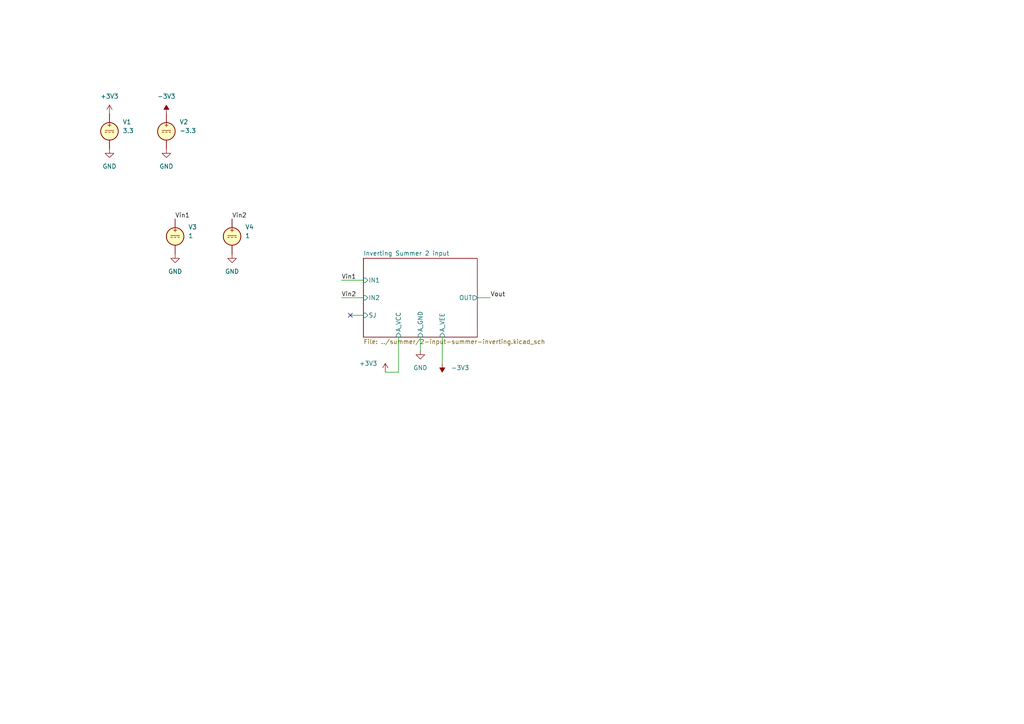
<source format=kicad_sch>
(kicad_sch (version 20211123) (generator eeschema)
  (paper "A4")
  (lib_symbols
    (symbol "Simulation_SPICE:VDC" (pin_numbers hide) (pin_names (offset 0.0254))
      (property "Reference" "V" (at 2.54 2.54 0))
      (property "Value" "VDC" (at 2.54 0 0))
      (property "Spice_Model" "dc(1)" (at 2.54 -2.54 0))
      (symbol "VDC_0_0"
        (polyline (pts (xy -1.27 0.254) (xy 1.27 0.254)))
        (polyline (pts (xy -0.762 -0.254) (xy -1.27 -0.254)))
        (polyline (pts (xy 0.254 -0.254) (xy -0.254 -0.254)))
        (polyline (pts (xy 1.27 -0.254) (xy 0.762 -0.254)))
        (text "+" (at 0 1.905 0) (effects (font (size 1.27 1.27))))
      )
      (symbol "VDC_0_1"
        (circle (center 0 0) (radius 2.54) (stroke (width 0.254)) (fill (type background)))
      )
      (symbol "VDC_1_1"
        (pin passive line (at 0 5.08 270) (length 2.54) (name "~") (number "1"))
        (pin passive line (at 0 -5.08 90) (length 2.54) (name "~") (number "2"))
      )
    )
    (symbol "power:+3.3V" (power) (pin_names (offset 0))
      (property "Value" "+3.3V" (at 0 3.556 0))
      (symbol "+3.3V_0_1"
        (polyline (pts (xy -0.762 1.27) (xy 0 2.54)))
        (polyline (pts (xy 0 0) (xy 0 2.54)))
        (polyline (pts (xy 0 2.54) (xy 0.762 1.27)))
      )
      (symbol "+3.3V_1_1"
        (pin power_in line (at 0 0 90) (length 0) hide (name "+3V3") (number "1"))
      )
    )
    (symbol "power:-3V3" (power) (pin_names (offset 0))
      (property "Value" "-3V3" (at 0 3.81 0))
      (symbol "-3V3_0_0"
        (pin power_in line (at 0 0 90) (length 0) hide (name "-3V3") (number "1"))
      )
      (symbol "-3V3_0_1"
        (polyline (pts (xy 0 0) (xy 0 1.27) (xy 0.762 1.27) (xy 0 2.54) (xy -0.762 1.27) (xy 0 1.27)) (fill (type outline)))
      )
    )
    (symbol "power:GND" (power) (pin_names (offset 0))
      (property "Value" "GND" (at 0 -3.81 0))
      (symbol "GND_0_1"
        (polyline (pts (xy 0 0) (xy 0 -1.27) (xy 1.27 -1.27) (xy 0 -2.54) (xy -1.27 -1.27) (xy 0 -1.27)))
      )
      (symbol "GND_1_1"
        (pin power_in line (at 0 0 270) (length 0) hide (name "GND") (number "1"))
      )
    )
  )
  (no_connect (at 101.6 91.44))
  (wire (pts (xy 138.43 86.36) (xy 142.24 86.36)))
  (wire (pts (xy 99.06 81.28) (xy 105.41 81.28)))
  (wire (pts (xy 99.06 86.36) (xy 105.41 86.36)))
  (wire (pts (xy 115.57 107.95) (xy 115.57 97.79)))
  (wire (pts (xy 111.76 107.95) (xy 115.57 107.95)))
  (wire (pts (xy 121.92 97.79) (xy 121.92 101.6)))
  (wire (pts (xy 128.27 97.79) (xy 128.27 105.41)))
  (wire (pts (xy 101.6 91.44) (xy 105.41 91.44)))
  (label "Vin2" (at 99.06 86.36 0))
  (label "Vin2" (at 67.31 63.5 0))
  (label "Vin1" (at 99.06 81.28 0))
  (label "Vin1" (at 50.8 63.5 0))
  (label "Vout" (at 142.24 86.36 0))
  (symbol (lib_id "power:GND") (at 48.26 43.18 0) (unit 1)
    (property "Reference" "#PWR04" (effects hide))
    (property "Value" "GND" (at 48.26 48.26 0))
  )
  (symbol (lib_id "power:GND") (at 121.92 101.6 0) (unit 1)
    (property "Reference" "#PWR08" (effects hide))
    (property "Value" "GND" (at 121.92 106.68 0))
  )
  (symbol (lib_id "power:GND") (at 50.8 73.66 0) (unit 1)
    (property "Reference" "#PWR05" (effects hide))
    (property "Value" "GND" (at 50.8 78.74 0))
  )
  (symbol (lib_id "power:+3.3V") (at 111.76 107.95 0) (unit 1)
    (property "Reference" "#PWR07" (effects hide))
    (property "Value" "+3.3V" (at 104.14 105.41 0) (effects (justify left)))
  )
  (symbol (lib_id "power:-3V3") (at 48.26 33.02 0) (unit 1)
    (property "Reference" "#PWR03" (effects hide))
    (property "Value" "-3V3" (at 48.26 27.94 0))
  )
  (symbol (lib_id "power:GND") (at 31.75 43.18 0) (unit 1)
    (property "Reference" "#PWR02" (effects hide))
    (property "Value" "GND" (at 31.75 48.26 0))
  )
  (symbol (lib_id "power:GND") (at 67.31 73.66 0) (unit 1)
    (property "Reference" "#PWR06" (effects hide))
    (property "Value" "GND" (at 67.31 78.74 0))
  )
  (symbol (lib_id "Simulation_SPICE:VDC") (at 31.75 38.1 0) (unit 1)
    (property "Reference" "V1" (at 35.56 35.3701 0) (effects (justify left)))
    (property "Value" "VDC" (at 35.56 37.9101 0) (effects (justify left)))
    (property "Spice_Netlist_Enabled" "Y" (effects hide))
    (property "Spice_Primitive" "V" (effects hide))
    (property "Spice_Model" "dc(3.3)" (at 35.56 40.4501 0) (effects (justify left)))
  )
  (symbol (lib_id "Simulation_SPICE:VDC") (at 48.26 38.1 0) (unit 1)
    (property "Reference" "V2" (at 52.07 35.3701 0) (effects (justify left)))
    (property "Value" "VDC" (at 52.07 37.9101 0) (effects (justify left)))
    (property "Spice_Netlist_Enabled" "Y" (effects hide))
    (property "Spice_Primitive" "V" (effects hide))
    (property "Spice_Model" "dc(-3.3)" (at 52.07 40.4501 0) (effects (justify left)))
  )
  (symbol (lib_id "power:-3V3") (at 128.27 105.41 180) (unit 1)
    (property "Reference" "#PWR09" (effects hide))
    (property "Value" "-3V3" (at 130.81 106.6799 0) (effects (justify right)))
  )
  (symbol (lib_id "Simulation_SPICE:VDC") (at 67.31 68.58 0) (unit 1)
    (property "Reference" "V4" (at 71.12 65.8501 0) (effects (justify left)))
    (property "Value" "VDC" (at 71.12 68.3901 0) (effects (justify left)))
    (property "Spice_Netlist_Enabled" "Y" (effects hide))
    (property "Spice_Primitive" "V" (effects hide))
    (property "Spice_Model" "dc(1)" (at 71.12 70.9301 0) (effects (justify left)))
  )
  (symbol (lib_id "Simulation_SPICE:VDC") (at 50.8 68.58 0) (unit 1)
    (property "Reference" "V3" (at 54.61 65.8501 0) (effects (justify left)))
    (property "Value" "VDC" (at 54.61 68.3901 0) (effects (justify left)))
    (property "Spice_Netlist_Enabled" "Y" (effects hide))
    (property "Spice_Primitive" "V" (effects hide))
    (property "Spice_Model" "dc(1)" (at 54.61 70.9301 0) (effects (justify left)))
  )
  (symbol (lib_id "power:+3.3V") (at 31.75 33.02 0) (unit 1)
    (property "Reference" "#PWR01" (effects hide))
    (property "Value" "+3.3V" (at 31.75 27.94 0))
  )
  (sheet (at 105.41 74.93) (size 33.02 22.86) (stroke (width 0.1524))
    (property "Sheet name" "Inverting Summer 2 input" (at 105.41 74.2184 0) (effects (justify left bottom)))
    (property "Sheet file" "../summer/2-input-summer-inverting.kicad_sch" (at 105.41 98.3746 0) (effects (justify left top)))
    (pin "IN1" input (at 105.41 81.28 180))
    (pin "OUT" output (at 138.43 86.36 0))
    (pin "A_VEE" input (at 128.27 97.79 270))
    (pin "A_GND" input (at 121.92 97.79 270))
    (pin "A_VCC" input (at 115.57 97.79 270))
    (pin "IN2" input (at 105.41 86.36 180))
    (pin "SJ" input (at 105.41 91.44 180))
  )
)
</source>
